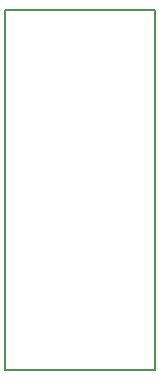
<source format=gbr>
G04 #@! TF.FileFunction,Profile,NP*
%FSLAX46Y46*%
G04 Gerber Fmt 4.6, Leading zero omitted, Abs format (unit mm)*
G04 Created by KiCad (PCBNEW 0.201601191447+6495~42~ubuntu14.04.1-product) date Wed 20 Jan 2016 18:36:10 CET*
%MOMM*%
G01*
G04 APERTURE LIST*
%ADD10C,0.200000*%
%ADD11C,0.150000*%
G04 APERTURE END LIST*
D10*
D11*
X157480000Y-99060000D02*
X157480000Y-91440000D01*
X144780000Y-99060000D02*
X157480000Y-99060000D01*
X144780000Y-91440000D02*
X144780000Y-99060000D01*
X144780000Y-68580000D02*
X144780000Y-91440000D01*
X157480000Y-68580000D02*
X144780000Y-68580000D01*
X157480000Y-91440000D02*
X157480000Y-68580000D01*
M02*

</source>
